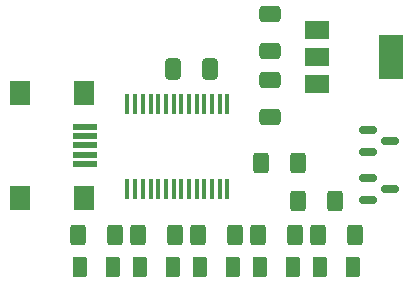
<source format=gtp>
%TF.GenerationSoftware,KiCad,Pcbnew,7.0.7-7.0.7~ubuntu22.04.1*%
%TF.CreationDate,2023-08-23T21:11:00+02:00*%
%TF.ProjectId,esp32-programmer,65737033-322d-4707-926f-6772616d6d65,1*%
%TF.SameCoordinates,Original*%
%TF.FileFunction,Paste,Top*%
%TF.FilePolarity,Positive*%
%FSLAX46Y46*%
G04 Gerber Fmt 4.6, Leading zero omitted, Abs format (unit mm)*
G04 Created by KiCad (PCBNEW 7.0.7-7.0.7~ubuntu22.04.1) date 2023-08-23 21:11:00*
%MOMM*%
%LPD*%
G01*
G04 APERTURE LIST*
G04 Aperture macros list*
%AMRoundRect*
0 Rectangle with rounded corners*
0 $1 Rounding radius*
0 $2 $3 $4 $5 $6 $7 $8 $9 X,Y pos of 4 corners*
0 Add a 4 corners polygon primitive as box body*
4,1,4,$2,$3,$4,$5,$6,$7,$8,$9,$2,$3,0*
0 Add four circle primitives for the rounded corners*
1,1,$1+$1,$2,$3*
1,1,$1+$1,$4,$5*
1,1,$1+$1,$6,$7*
1,1,$1+$1,$8,$9*
0 Add four rect primitives between the rounded corners*
20,1,$1+$1,$2,$3,$4,$5,0*
20,1,$1+$1,$4,$5,$6,$7,0*
20,1,$1+$1,$6,$7,$8,$9,0*
20,1,$1+$1,$8,$9,$2,$3,0*%
G04 Aperture macros list end*
%ADD10RoundRect,0.250000X-0.375000X-0.625000X0.375000X-0.625000X0.375000X0.625000X-0.375000X0.625000X0*%
%ADD11RoundRect,0.250000X-0.400000X-0.625000X0.400000X-0.625000X0.400000X0.625000X-0.400000X0.625000X0*%
%ADD12R,0.450000X1.750000*%
%ADD13RoundRect,0.250000X0.400000X0.625000X-0.400000X0.625000X-0.400000X-0.625000X0.400000X-0.625000X0*%
%ADD14RoundRect,0.250000X0.412500X0.650000X-0.412500X0.650000X-0.412500X-0.650000X0.412500X-0.650000X0*%
%ADD15R,2.000000X0.500000*%
%ADD16R,1.700000X2.000000*%
%ADD17RoundRect,0.150000X-0.587500X-0.150000X0.587500X-0.150000X0.587500X0.150000X-0.587500X0.150000X0*%
%ADD18RoundRect,0.250000X-0.650000X0.412500X-0.650000X-0.412500X0.650000X-0.412500X0.650000X0.412500X0*%
%ADD19RoundRect,0.250000X0.375000X0.625000X-0.375000X0.625000X-0.375000X-0.625000X0.375000X-0.625000X0*%
%ADD20RoundRect,0.250000X0.650000X-0.412500X0.650000X0.412500X-0.650000X0.412500X-0.650000X-0.412500X0*%
%ADD21R,2.000000X1.500000*%
%ADD22R,2.000000X3.800000*%
G04 APERTURE END LIST*
D10*
%TO.C,D4*%
X120901000Y-79311500D03*
X123701000Y-79311500D03*
%TD*%
D11*
%TO.C,R2*%
X115925000Y-70548500D03*
X119025000Y-70548500D03*
%TD*%
D12*
%TO.C,U1*%
X113075000Y-65507500D03*
X112425000Y-65507500D03*
X111775000Y-65507500D03*
X111125000Y-65507500D03*
X110475000Y-65507500D03*
X109825000Y-65507500D03*
X109175000Y-65507500D03*
X108525000Y-65507500D03*
X107875000Y-65507500D03*
X107225000Y-65507500D03*
X106575000Y-65507500D03*
X105925000Y-65507500D03*
X105275000Y-65507500D03*
X104625000Y-65507500D03*
X104625000Y-72707500D03*
X105275000Y-72707500D03*
X105925000Y-72707500D03*
X106575000Y-72707500D03*
X107225000Y-72707500D03*
X107875000Y-72707500D03*
X108525000Y-72707500D03*
X109175000Y-72707500D03*
X109825000Y-72707500D03*
X110475000Y-72707500D03*
X111125000Y-72707500D03*
X111775000Y-72707500D03*
X112425000Y-72707500D03*
X113075000Y-72707500D03*
%TD*%
D10*
%TO.C,D2*%
X110741000Y-79311500D03*
X113541000Y-79311500D03*
%TD*%
D13*
%TO.C,R4*%
X113691000Y-76644500D03*
X110591000Y-76644500D03*
%TD*%
D11*
%TO.C,R3*%
X100431000Y-76644500D03*
X103531000Y-76644500D03*
%TD*%
D14*
%TO.C,C1*%
X111633000Y-62547500D03*
X108508000Y-62547500D03*
%TD*%
D15*
%TO.C,J1*%
X101065000Y-67429500D03*
X101065000Y-68229500D03*
X101065000Y-69029500D03*
X101065000Y-69829500D03*
X101065000Y-70629500D03*
D16*
X100965000Y-64579500D03*
X95515000Y-64579500D03*
X100965000Y-73479500D03*
X95515000Y-73479500D03*
%TD*%
D17*
%TO.C,Q2*%
X124998000Y-71757500D03*
X124998000Y-73657500D03*
X126873000Y-72707500D03*
%TD*%
D13*
%TO.C,R1*%
X122200000Y-73723500D03*
X119100000Y-73723500D03*
%TD*%
%TO.C,R5*%
X108611000Y-76644500D03*
X105511000Y-76644500D03*
%TD*%
D18*
%TO.C,C3*%
X116713000Y-63486500D03*
X116713000Y-66611500D03*
%TD*%
D19*
%TO.C,D1*%
X103378000Y-79311500D03*
X100578000Y-79311500D03*
%TD*%
%TO.C,D5*%
X118621000Y-79311500D03*
X115821000Y-79311500D03*
%TD*%
D11*
%TO.C,R7*%
X115671000Y-76644500D03*
X118771000Y-76644500D03*
%TD*%
D13*
%TO.C,R6*%
X123851000Y-76644500D03*
X120751000Y-76644500D03*
%TD*%
D17*
%TO.C,Q1*%
X124998000Y-67693500D03*
X124998000Y-69593500D03*
X126873000Y-68643500D03*
%TD*%
D20*
%TO.C,C2*%
X116713000Y-61062000D03*
X116713000Y-57937000D03*
%TD*%
D21*
%TO.C,U2*%
X120675000Y-59231500D03*
X120675000Y-61531500D03*
D22*
X126975000Y-61531500D03*
D21*
X120675000Y-63831500D03*
%TD*%
D10*
%TO.C,D3*%
X105661000Y-79311500D03*
X108461000Y-79311500D03*
%TD*%
M02*

</source>
